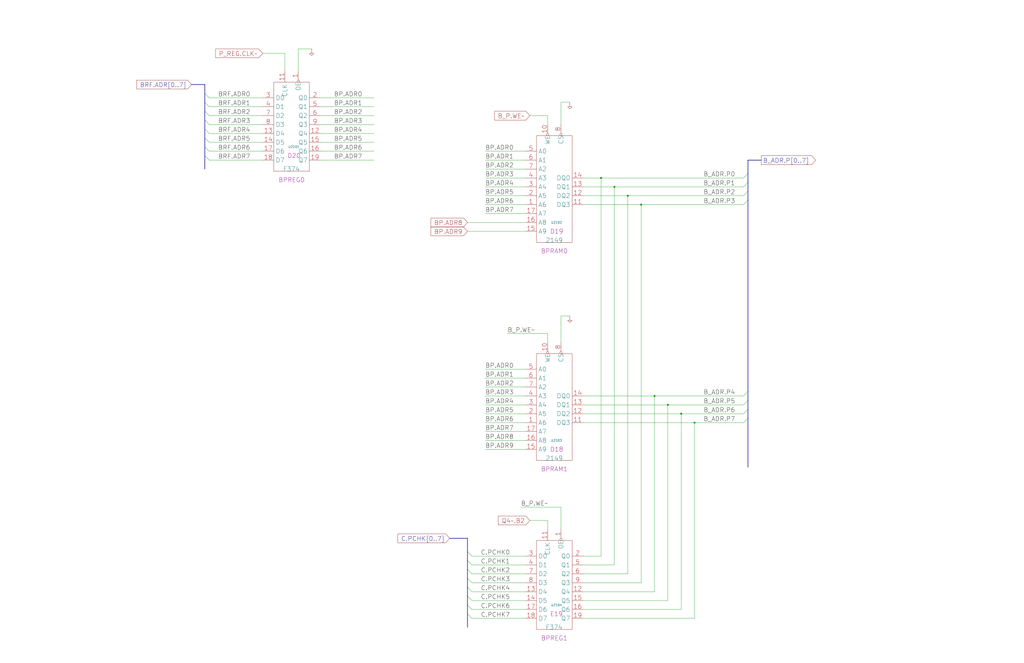
<source format=kicad_sch>
(kicad_sch (version 20220126) (generator eeschema)
  (paper "User" 584.2 378.46)
  (title_block (title "REGISTER FILE B PARITY") (date "15-MAR-90") (rev "1.0") (comment 1 "TYPE") (comment 2 "232-003062") (comment 3 "S400") (comment 4 "RELEASED"))
  (lib_symbols
    (symbol "r1000:2149" (pin_names (offset 1.016))
      (property "Reference" "U" (at 2.54 5.08 0))
      (property "Value" "2149" (at -3.81 -5.08 0))
      (property "Location" "___" (at -1.27 0 0))
      (property "Name" "______" (at 1.27 -12.7 0))
      (symbol "2149_1_1"
        (rectangle (start -8.89 54.61) (end 11.43 -6.35))
        (circle (center -2.54 55.245) (radius 0.635))
        (circle (center 5.08 55.245) (radius 0.635))
        (pin input line (at -15.24 15.24 0) (length 6.35) (name "A6") (number "1"))
        (pin input line (at -2.54 60.96 270) (length 5.08) (name "WE") (number "10"))
        (pin tri_state line (at 17.78 15.24 180) (length 6.35) (name "DQ3") (number "11"))
        (pin tri_state line (at 17.78 20.32 180) (length 6.35) (name "DQ2") (number "12"))
        (pin tri_state line (at 17.78 25.4 180) (length 6.35) (name "DQ1") (number "13"))
        (pin tri_state line (at 17.78 30.48 180) (length 6.35) (name "DQ0") (number "14"))
        (pin input line (at -15.24 0 0) (length 6.35) (name "A9") (number "15"))
        (pin input line (at -15.24 5.08 0) (length 6.35) (name "A8") (number "16"))
        (pin input line (at -15.24 10.16 0) (length 6.35) (name "A7") (number "17"))
        (pin input line (at -15.24 20.32 0) (length 6.35) (name "A5") (number "2"))
        (pin input line (at -15.24 25.4 0) (length 6.35) (name "A4") (number "3"))
        (pin input line (at -15.24 30.48 0) (length 6.35) (name "A3") (number "4"))
        (pin input line (at -15.24 45.72 0) (length 6.35) (name "A0") (number "5"))
        (pin input line (at -15.24 40.64 0) (length 6.35) (name "A1") (number "6"))
        (pin input line (at -15.24 35.56 0) (length 6.35) (name "A2") (number "7"))
        (pin input line (at 5.08 60.96 270) (length 5.08) (name "CS") (number "8"))
      )
    )
    (symbol "r1000:F374" (pin_names (offset 1.016))
      (property "Reference" "U" (at 2.54 5.08 0))
      (property "Value" "F374" (at -3.81 -7.62 0))
      (property "Location" "___" (at -1.27 0 0))
      (property "Name" "______" (at 1.27 -15.24 0))
      (symbol "F374_1_1"
        (rectangle (start -8.89 41.91) (end 11.43 -8.89))
        (circle (center 5.08 42.545) (radius 0.635))
        (pin input line (at 5.08 48.26 270) (length 5.08) (name "OE") (number "1"))
        (pin input line (at -2.54 48.26 270) (length 6.35) (name "CLK") (number "11"))
        (pin tri_state line (at 17.78 12.7 180) (length 6.35) (name "Q4") (number "12"))
        (pin input line (at -15.24 12.7 0) (length 6.35) (name "D4") (number "13"))
        (pin input line (at -15.24 7.62 0) (length 6.35) (name "D5") (number "14"))
        (pin tri_state line (at 17.78 7.62 180) (length 6.35) (name "Q5") (number "15"))
        (pin tri_state line (at 17.78 2.54 180) (length 6.35) (name "Q6") (number "16"))
        (pin input line (at -15.24 2.54 0) (length 6.35) (name "D6") (number "17"))
        (pin input line (at -15.24 -2.54 0) (length 6.35) (name "D7") (number "18"))
        (pin tri_state line (at 17.78 -2.54 180) (length 6.35) (name "Q7") (number "19"))
        (pin tri_state line (at 17.78 33.02 180) (length 6.35) (name "Q0") (number "2"))
        (pin input line (at -15.24 33.02 0) (length 6.35) (name "D0") (number "3"))
        (pin input line (at -15.24 27.94 0) (length 6.35) (name "D1") (number "4"))
        (pin tri_state line (at 17.78 27.94 180) (length 6.35) (name "Q1") (number "5"))
        (pin tri_state line (at 17.78 22.86 180) (length 6.35) (name "Q2") (number "6"))
        (pin input line (at -15.24 22.86 0) (length 6.35) (name "D2") (number "7"))
        (pin input line (at -15.24 17.78 0) (length 6.35) (name "D3") (number "8"))
        (pin tri_state line (at 17.78 17.78 180) (length 6.35) (name "Q3") (number "9"))
      )
    )
    (symbol "r1000:PD" (power) (pin_numbers hide) (pin_names hide) (in_bom no)
      (symbol "PD_0_1"
        (polyline (pts (xy 0 -2.54) (xy 1.27 -2.54) (xy 0 -3.81) (xy -1.27 -2.54) (xy 0 -2.54)) (stroke (width 0.1524)))
      )
      (symbol "PD_1_1"
        (pin power_in line (at 0 0 270) (length 2.54) (name "PD") (number "1"))
      )
    )
  )
  (bus (pts (xy 109.22 48.26) (xy 116.84 48.26)))
  (bus (pts (xy 116.84 48.26) (xy 116.84 53.34)))
  (bus (pts (xy 116.84 53.34) (xy 116.84 58.42)))
  (bus (pts (xy 116.84 58.42) (xy 116.84 63.5)))
  (bus (pts (xy 116.84 63.5) (xy 116.84 68.58)))
  (bus (pts (xy 116.84 68.58) (xy 116.84 73.66)))
  (bus (pts (xy 116.84 73.66) (xy 116.84 78.74)))
  (bus (pts (xy 116.84 78.74) (xy 116.84 83.82)))
  (bus (pts (xy 116.84 83.82) (xy 116.84 88.9)))
  (bus (pts (xy 116.84 88.9) (xy 116.84 96.52)))
  (bus (pts (xy 256.54 307.34) (xy 266.7 307.34)))
  (bus (pts (xy 266.7 307.34) (xy 266.7 314.96)))
  (bus (pts (xy 266.7 314.96) (xy 266.7 320.04)))
  (bus (pts (xy 266.7 320.04) (xy 266.7 325.12)))
  (bus (pts (xy 266.7 325.12) (xy 266.7 330.2)))
  (bus (pts (xy 266.7 330.2) (xy 266.7 335.28)))
  (bus (pts (xy 266.7 335.28) (xy 266.7 340.36)))
  (bus (pts (xy 266.7 340.36) (xy 266.7 345.44)))
  (bus (pts (xy 266.7 345.44) (xy 266.7 350.52)))
  (bus (pts (xy 266.7 350.52) (xy 266.7 358.14)))
  (bus (pts (xy 426.72 104.14) (xy 426.72 109.22)))
  (bus (pts (xy 426.72 109.22) (xy 426.72 114.3)))
  (bus (pts (xy 426.72 114.3) (xy 426.72 223.52)))
  (bus (pts (xy 426.72 223.52) (xy 426.72 228.6)))
  (bus (pts (xy 426.72 228.6) (xy 426.72 233.68)))
  (bus (pts (xy 426.72 233.68) (xy 426.72 238.76)))
  (bus (pts (xy 426.72 238.76) (xy 426.72 266.7)))
  (bus (pts (xy 426.72 91.44) (xy 426.72 99.06)))
  (bus (pts (xy 426.72 91.44) (xy 434.34 91.44)))
  (bus (pts (xy 426.72 99.06) (xy 426.72 104.14)))
  (wire (pts (xy 119.38 55.88) (xy 149.86 55.88)))
  (wire (pts (xy 119.38 60.96) (xy 149.86 60.96)))
  (wire (pts (xy 119.38 66.04) (xy 149.86 66.04)))
  (wire (pts (xy 119.38 71.12) (xy 149.86 71.12)))
  (wire (pts (xy 119.38 76.2) (xy 149.86 76.2)))
  (wire (pts (xy 119.38 81.28) (xy 149.86 81.28)))
  (wire (pts (xy 119.38 86.36) (xy 149.86 86.36)))
  (wire (pts (xy 119.38 91.44) (xy 149.86 91.44)))
  (wire (pts (xy 162.56 30.48) (xy 149.86 30.48)))
  (wire (pts (xy 162.56 40.64) (xy 162.56 30.48)))
  (wire (pts (xy 170.18 27.94) (xy 170.18 40.64)))
  (wire (pts (xy 177.8 27.94) (xy 170.18 27.94)))
  (wire (pts (xy 182.88 55.88) (xy 213.36 55.88)))
  (wire (pts (xy 182.88 60.96) (xy 213.36 60.96)))
  (wire (pts (xy 182.88 66.04) (xy 213.36 66.04)))
  (wire (pts (xy 182.88 71.12) (xy 213.36 71.12)))
  (wire (pts (xy 182.88 76.2) (xy 213.36 76.2)))
  (wire (pts (xy 182.88 81.28) (xy 213.36 81.28)))
  (wire (pts (xy 182.88 86.36) (xy 213.36 86.36)))
  (wire (pts (xy 182.88 91.44) (xy 213.36 91.44)))
  (wire (pts (xy 266.7 127) (xy 299.72 127)))
  (wire (pts (xy 266.7 132.08) (xy 299.72 132.08)))
  (wire (pts (xy 269.24 317.5) (xy 299.72 317.5)))
  (wire (pts (xy 269.24 322.58) (xy 299.72 322.58)))
  (wire (pts (xy 269.24 327.66) (xy 299.72 327.66)))
  (wire (pts (xy 269.24 332.74) (xy 299.72 332.74)))
  (wire (pts (xy 269.24 337.82) (xy 299.72 337.82)))
  (wire (pts (xy 269.24 342.9) (xy 299.72 342.9)))
  (wire (pts (xy 269.24 347.98) (xy 299.72 347.98)))
  (wire (pts (xy 269.24 353.06) (xy 299.72 353.06)))
  (wire (pts (xy 276.86 101.6) (xy 299.72 101.6)))
  (wire (pts (xy 276.86 106.68) (xy 299.72 106.68)))
  (wire (pts (xy 276.86 111.76) (xy 299.72 111.76)))
  (wire (pts (xy 276.86 116.84) (xy 299.72 116.84)))
  (wire (pts (xy 276.86 121.92) (xy 299.72 121.92)))
  (wire (pts (xy 276.86 210.82) (xy 299.72 210.82)))
  (wire (pts (xy 276.86 215.9) (xy 299.72 215.9)))
  (wire (pts (xy 276.86 220.98) (xy 299.72 220.98)))
  (wire (pts (xy 276.86 226.06) (xy 299.72 226.06)))
  (wire (pts (xy 276.86 231.14) (xy 299.72 231.14)))
  (wire (pts (xy 276.86 236.22) (xy 299.72 236.22)))
  (wire (pts (xy 276.86 241.3) (xy 299.72 241.3)))
  (wire (pts (xy 276.86 246.38) (xy 299.72 246.38)))
  (wire (pts (xy 276.86 251.46) (xy 299.72 251.46)))
  (wire (pts (xy 276.86 256.54) (xy 299.72 256.54)))
  (wire (pts (xy 276.86 86.36) (xy 299.72 86.36)))
  (wire (pts (xy 276.86 91.44) (xy 299.72 91.44)))
  (wire (pts (xy 276.86 96.52) (xy 299.72 96.52)))
  (wire (pts (xy 312.42 190.5) (xy 289.56 190.5)))
  (wire (pts (xy 312.42 195.58) (xy 312.42 190.5)))
  (wire (pts (xy 312.42 297.18) (xy 302.26 297.18)))
  (wire (pts (xy 312.42 302.26) (xy 312.42 297.18)))
  (wire (pts (xy 312.42 66.04) (xy 302.26 66.04)))
  (wire (pts (xy 312.42 71.12) (xy 312.42 66.04)))
  (wire (pts (xy 320.04 180.34) (xy 325.12 180.34)))
  (wire (pts (xy 320.04 195.58) (xy 320.04 180.34)))
  (wire (pts (xy 320.04 289.56) (xy 297.18 289.56)))
  (wire (pts (xy 320.04 302.26) (xy 320.04 289.56)))
  (wire (pts (xy 320.04 58.42) (xy 325.12 58.42)))
  (wire (pts (xy 320.04 71.12) (xy 320.04 58.42)))
  (wire (pts (xy 332.74 101.6) (xy 342.9 101.6)))
  (wire (pts (xy 332.74 106.68) (xy 350.52 106.68)))
  (wire (pts (xy 332.74 111.76) (xy 358.14 111.76)))
  (wire (pts (xy 332.74 116.84) (xy 365.76 116.84)))
  (wire (pts (xy 332.74 226.06) (xy 373.38 226.06)))
  (wire (pts (xy 332.74 231.14) (xy 381 231.14)))
  (wire (pts (xy 332.74 236.22) (xy 388.62 236.22)))
  (wire (pts (xy 332.74 241.3) (xy 396.24 241.3)))
  (wire (pts (xy 332.74 317.5) (xy 342.9 317.5)))
  (wire (pts (xy 332.74 322.58) (xy 350.52 322.58)))
  (wire (pts (xy 332.74 327.66) (xy 358.14 327.66)))
  (wire (pts (xy 332.74 332.74) (xy 365.76 332.74)))
  (wire (pts (xy 332.74 337.82) (xy 373.38 337.82)))
  (wire (pts (xy 332.74 342.9) (xy 381 342.9)))
  (wire (pts (xy 332.74 347.98) (xy 388.62 347.98)))
  (wire (pts (xy 332.74 353.06) (xy 396.24 353.06)))
  (wire (pts (xy 342.9 101.6) (xy 424.18 101.6)))
  (wire (pts (xy 342.9 317.5) (xy 342.9 101.6)))
  (wire (pts (xy 350.52 106.68) (xy 424.18 106.68)))
  (wire (pts (xy 350.52 322.58) (xy 350.52 106.68)))
  (wire (pts (xy 358.14 111.76) (xy 424.18 111.76)))
  (wire (pts (xy 358.14 327.66) (xy 358.14 111.76)))
  (wire (pts (xy 365.76 116.84) (xy 424.18 116.84)))
  (wire (pts (xy 365.76 332.74) (xy 365.76 116.84)))
  (wire (pts (xy 373.38 226.06) (xy 424.18 226.06)))
  (wire (pts (xy 373.38 337.82) (xy 373.38 226.06)))
  (wire (pts (xy 381 231.14) (xy 424.18 231.14)))
  (wire (pts (xy 381 342.9) (xy 381 231.14)))
  (wire (pts (xy 388.62 236.22) (xy 424.18 236.22)))
  (wire (pts (xy 388.62 347.98) (xy 388.62 236.22)))
  (wire (pts (xy 396.24 241.3) (xy 424.18 241.3)))
  (wire (pts (xy 396.24 353.06) (xy 396.24 241.3)))
  (global_label "BRF.ADR[0..7]" (shape input) (at 109.22 48.26 180) (effects (font (size 2.54 2.54))) (property "Intersheet References" "${INTERSHEET_REFS}" (at 78.0264 48.1013 0) (effects (font (size 2.54 2.54)) (justify right))))
  (bus_entry (at 116.84 53.34) (size 2.54 2.54))
  (bus_entry (at 116.84 58.42) (size 2.54 2.54))
  (bus_entry (at 116.84 63.5) (size 2.54 2.54))
  (bus_entry (at 116.84 68.58) (size 2.54 2.54))
  (bus_entry (at 116.84 73.66) (size 2.54 2.54))
  (bus_entry (at 116.84 78.74) (size 2.54 2.54))
  (bus_entry (at 116.84 83.82) (size 2.54 2.54))
  (bus_entry (at 116.84 88.9) (size 2.54 2.54))
  (label "BRF.ADR0" (at 124.46 55.88 0) (effects (font (size 2.54 2.54))))
  (label "BRF.ADR1" (at 124.46 60.96 0) (effects (font (size 2.54 2.54))))
  (label "BRF.ADR2" (at 124.46 66.04 0) (effects (font (size 2.54 2.54))))
  (label "BRF.ADR3" (at 124.46 71.12 0) (effects (font (size 2.54 2.54))))
  (label "BRF.ADR4" (at 124.46 76.2 0) (effects (font (size 2.54 2.54))))
  (label "BRF.ADR5" (at 124.46 81.28 0) (effects (font (size 2.54 2.54))))
  (label "BRF.ADR6" (at 124.46 86.36 0) (effects (font (size 2.54 2.54))))
  (label "BRF.ADR7" (at 124.46 91.44 0) (effects (font (size 2.54 2.54))))
  (global_label "P_REG.CLK~" (shape input) (at 149.86 30.48 180) (effects (font (size 2.54 2.54))) (property "Intersheet References" "${INTERSHEET_REFS}" (at 123.0207 30.3213 0) (effects (font (size 2.54 2.54)) (justify right))))
  (symbol (lib_id "r1000:F374") (at 165.1 88.9 0) (unit 1)
    (property "Reference" "U2101" (at 167.64 83.82 0))
    (property "Value" "F374" (at 161.29 96.52 0) (effects (font (size 2.54 2.54)) (justify left)))
    (property "Location" "D20" (at 163.83 88.9 0) (effects (font (size 2.54 2.54)) (justify left)))
    (property "Name" "BPREG0" (at 166.37 104.14 0) (effects (font (size 2.54 2.54)) (justify bottom)))
  )
  (symbol (lib_id "r1000:PD") (at 177.8 27.94 0) (unit 1) (in_bom no)
    (property "Reference" "#PWR0119" (effects hide))
    (property "Value" "PD" (effects hide))
  )
  (label "BP.ADR0" (at 190.5 55.88 0) (effects (font (size 2.54 2.54))))
  (label "BP.ADR1" (at 190.5 60.96 0) (effects (font (size 2.54 2.54))))
  (label "BP.ADR2" (at 190.5 66.04 0) (effects (font (size 2.54 2.54))))
  (label "BP.ADR3" (at 190.5 71.12 0) (effects (font (size 2.54 2.54))))
  (label "BP.ADR4" (at 190.5 76.2 0) (effects (font (size 2.54 2.54))))
  (label "BP.ADR5" (at 190.5 81.28 0) (effects (font (size 2.54 2.54))))
  (label "BP.ADR6" (at 190.5 86.36 0) (effects (font (size 2.54 2.54))))
  (label "BP.ADR7" (at 190.5 91.44 0) (effects (font (size 2.54 2.54))))
  (global_label "C.PCHK[0..7]" (shape input) (at 256.54 307.34 180) (effects (font (size 2.54 2.54))) (property "Intersheet References" "${INTERSHEET_REFS}" (at 227.0397 307.1813 0) (effects (font (size 2.54 2.54)) (justify right))))
  (global_label "BP.ADR8" (shape input) (at 266.7 127 180) (effects (font (size 2.54 2.54))) (property "Intersheet References" "${INTERSHEET_REFS}" (at 245.9083 126.8413 0) (effects (font (size 2.54 2.54)) (justify right))))
  (global_label "BP.ADR9" (shape input) (at 266.7 132.08 180) (effects (font (size 2.54 2.54))) (property "Intersheet References" "${INTERSHEET_REFS}" (at 245.9083 131.9213 0) (effects (font (size 2.54 2.54)) (justify right))))
  (bus_entry (at 266.7 314.96) (size 2.54 2.54))
  (bus_entry (at 266.7 320.04) (size 2.54 2.54))
  (bus_entry (at 266.7 325.12) (size 2.54 2.54))
  (bus_entry (at 266.7 330.2) (size 2.54 2.54))
  (bus_entry (at 266.7 335.28) (size 2.54 2.54))
  (bus_entry (at 266.7 340.36) (size 2.54 2.54))
  (bus_entry (at 266.7 345.44) (size 2.54 2.54))
  (bus_entry (at 266.7 350.52) (size 2.54 2.54))
  (label "C.PCHK0" (at 274.32 317.5 0) (effects (font (size 2.54 2.54))))
  (label "C.PCHK1" (at 274.32 322.58 0) (effects (font (size 2.54 2.54))))
  (label "C.PCHK2" (at 274.32 327.66 0) (effects (font (size 2.54 2.54))))
  (label "C.PCHK3" (at 274.32 332.74 0) (effects (font (size 2.54 2.54))))
  (label "C.PCHK4" (at 274.32 337.82 0) (effects (font (size 2.54 2.54))))
  (label "C.PCHK5" (at 274.32 342.9 0) (effects (font (size 2.54 2.54))))
  (label "C.PCHK6" (at 274.32 347.98 0) (effects (font (size 2.54 2.54))))
  (label "C.PCHK7" (at 274.32 353.06 0) (effects (font (size 2.54 2.54))))
  (label "BP.ADR0" (at 276.86 86.36 0) (effects (font (size 2.54 2.54))))
  (label "BP.ADR1" (at 276.86 91.44 0) (effects (font (size 2.54 2.54))))
  (label "BP.ADR2" (at 276.86 96.52 0) (effects (font (size 2.54 2.54))))
  (label "BP.ADR3" (at 276.86 101.6 0) (effects (font (size 2.54 2.54))))
  (label "BP.ADR4" (at 276.86 106.68 0) (effects (font (size 2.54 2.54))))
  (label "BP.ADR5" (at 276.86 111.76 0) (effects (font (size 2.54 2.54))))
  (label "BP.ADR6" (at 276.86 116.84 0) (effects (font (size 2.54 2.54))))
  (label "BP.ADR7" (at 276.86 121.92 0) (effects (font (size 2.54 2.54))))
  (label "BP.ADR0" (at 276.86 210.82 0) (effects (font (size 2.54 2.54))))
  (label "BP.ADR1" (at 276.86 215.9 0) (effects (font (size 2.54 2.54))))
  (label "BP.ADR2" (at 276.86 220.98 0) (effects (font (size 2.54 2.54))))
  (label "BP.ADR3" (at 276.86 226.06 0) (effects (font (size 2.54 2.54))))
  (label "BP.ADR4" (at 276.86 231.14 0) (effects (font (size 2.54 2.54))))
  (label "BP.ADR5" (at 276.86 236.22 0) (effects (font (size 2.54 2.54))))
  (label "BP.ADR6" (at 276.86 241.3 0) (effects (font (size 2.54 2.54))))
  (label "BP.ADR7" (at 276.86 246.38 0) (effects (font (size 2.54 2.54))))
  (label "BP.ADR8" (at 276.86 251.46 0) (effects (font (size 2.54 2.54))))
  (label "BP.ADR9" (at 276.86 256.54 0) (effects (font (size 2.54 2.54))))
  (label "B_P.WE~" (at 289.56 190.5 0) (effects (font (size 2.54 2.54))))
  (label "B_P.WE~" (at 297.18 289.56 0) (effects (font (size 2.54 2.54))))
  (global_label "B_P.WE~" (shape input) (at 302.26 66.04 180) (effects (font (size 2.54 2.54))) (property "Intersheet References" "${INTERSHEET_REFS}" (at 282.194 65.8813 0) (effects (font (size 2.54 2.54)) (justify right))))
  (global_label "Q4~.B2" (shape input) (at 302.26 297.18 180) (effects (font (size 2.54 2.54))) (property "Intersheet References" "${INTERSHEET_REFS}" (at 284.3711 297.0213 0) (effects (font (size 2.54 2.54)) (justify right))))
  (symbol (lib_id "r1000:2149") (at 314.96 132.08 0) (unit 1)
    (property "Reference" "U2102" (at 317.5 127 0))
    (property "Value" "2149" (at 311.15 137.16 0) (effects (font (size 2.54 2.54)) (justify left)))
    (property "Location" "D19" (at 313.69 132.08 0) (effects (font (size 2.54 2.54)) (justify left)))
    (property "Name" "BPRAM0" (at 316.23 144.78 0) (effects (font (size 2.54 2.54)) (justify bottom)))
  )
  (symbol (lib_id "r1000:2149") (at 314.96 256.54 0) (unit 1)
    (property "Reference" "U2103" (at 317.5 251.46 0))
    (property "Value" "2149" (at 311.15 261.62 0) (effects (font (size 2.54 2.54)) (justify left)))
    (property "Location" "D18" (at 313.69 256.54 0) (effects (font (size 2.54 2.54)) (justify left)))
    (property "Name" "BPRAM1" (at 316.23 269.24 0) (effects (font (size 2.54 2.54)) (justify bottom)))
  )
  (symbol (lib_id "r1000:F374") (at 314.96 350.52 0) (unit 1)
    (property "Reference" "U2104" (at 317.5 345.44 0))
    (property "Value" "F374" (at 311.15 358.14 0) (effects (font (size 2.54 2.54)) (justify left)))
    (property "Location" "E19" (at 313.69 350.52 0) (effects (font (size 2.54 2.54)) (justify left)))
    (property "Name" "BPREG1" (at 316.23 365.76 0) (effects (font (size 2.54 2.54)) (justify bottom)))
  )
  (symbol (lib_id "r1000:PD") (at 325.12 58.42 0) (unit 1) (in_bom no)
    (property "Reference" "#PWR02101" (effects hide))
    (property "Value" "PD" (effects hide))
  )
  (symbol (lib_id "r1000:PD") (at 325.12 180.34 0) (unit 1) (in_bom no)
    (property "Reference" "#PWR02102" (effects hide))
    (property "Value" "PD" (effects hide))
  )
  (junction (at 342.9 101.6))
  (junction (at 350.52 106.68))
  (junction (at 358.14 111.76))
  (junction (at 365.76 116.84))
  (junction (at 373.38 226.06))
  (junction (at 381 231.14))
  (junction (at 388.62 236.22))
  (junction (at 396.24 241.3))
  (label "B_ADR.P0" (at 401.32 101.6 0) (effects (font (size 2.54 2.54))))
  (label "B_ADR.P1" (at 401.32 106.68 0) (effects (font (size 2.54 2.54))))
  (label "B_ADR.P2" (at 401.32 111.76 0) (effects (font (size 2.54 2.54))))
  (label "B_ADR.P3" (at 401.32 116.84 0) (effects (font (size 2.54 2.54))))
  (label "B_ADR.P4" (at 401.32 226.06 0) (effects (font (size 2.54 2.54))))
  (label "B_ADR.P5" (at 401.32 231.14 0) (effects (font (size 2.54 2.54))))
  (label "B_ADR.P6" (at 401.32 236.22 0) (effects (font (size 2.54 2.54))))
  (label "B_ADR.P7" (at 401.32 241.3 0) (effects (font (size 2.54 2.54))))
  (bus_entry (at 426.72 99.06) (size -2.54 2.54))
  (bus_entry (at 426.72 104.14) (size -2.54 2.54))
  (bus_entry (at 426.72 109.22) (size -2.54 2.54))
  (bus_entry (at 426.72 114.3) (size -2.54 2.54))
  (bus_entry (at 426.72 223.52) (size -2.54 2.54))
  (bus_entry (at 426.72 228.6) (size -2.54 2.54))
  (bus_entry (at 426.72 233.68) (size -2.54 2.54))
  (bus_entry (at 426.72 238.76) (size -2.54 2.54))
  (global_label "B_ADR.P[0..7]" (shape output) (at 434.34 91.44 0) (effects (font (size 2.54 2.54))) (property "Intersheet References" "${INTERSHEET_REFS}" (at 465.2917 91.2813 0) (effects (font (size 2.54 2.54)) (justify left))))
)
</source>
